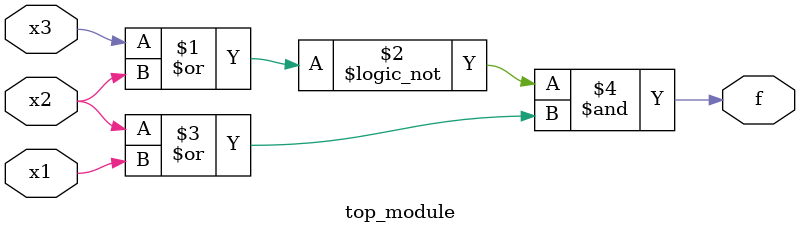
<source format=sv>
module top_module (
	input x3,
	input x2,
	input x1,
	output f
);

	assign f = !(x3 | x2) & (x2 | x1);

endmodule

</source>
